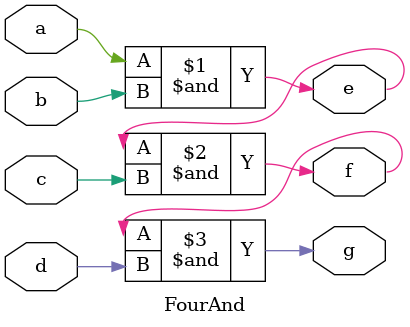
<source format=v>
`timescale 1ns / 1ps


module FourAnd(
    input a,b,c,d,
    output e,f,g

    );
    assign e=a&b;
    assign f=e&c;
    assign g=f&d;
endmodule

</source>
